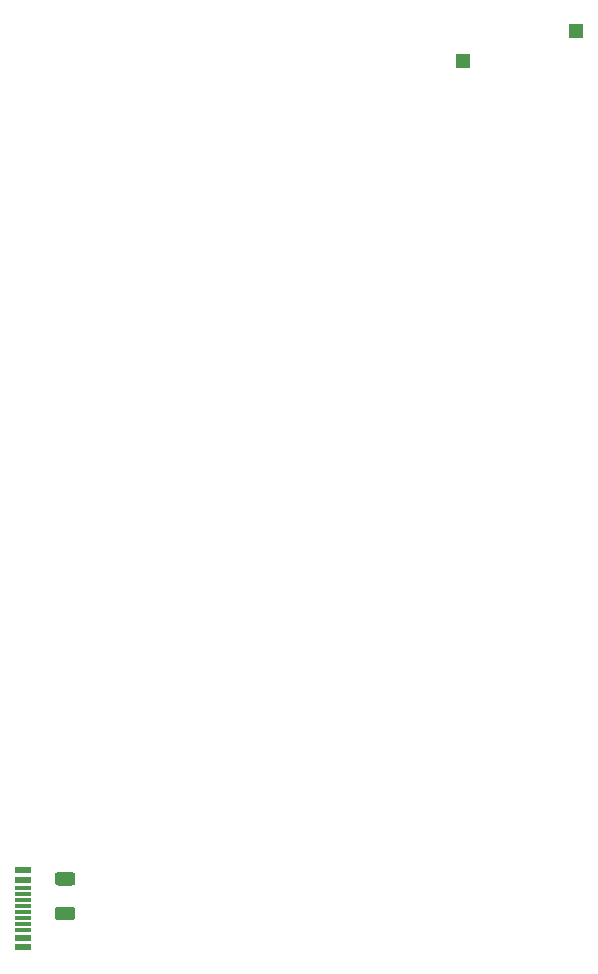
<source format=gbr>
%TF.GenerationSoftware,KiCad,Pcbnew,(5.1.10)-1*%
%TF.CreationDate,2021-12-13T12:24:24+01:00*%
%TF.ProjectId,Analog2HDMI_panel,416e616c-6f67-4324-9844-4d495f70616e,rev?*%
%TF.SameCoordinates,Original*%
%TF.FileFunction,Paste,Bot*%
%TF.FilePolarity,Positive*%
%FSLAX46Y46*%
G04 Gerber Fmt 4.6, Leading zero omitted, Abs format (unit mm)*
G04 Created by KiCad (PCBNEW (5.1.10)-1) date 2021-12-13 12:24:24*
%MOMM*%
%LPD*%
G01*
G04 APERTURE LIST*
%ADD10R,1.450000X0.300000*%
%ADD11R,1.450000X0.600000*%
%ADD12R,1.300000X1.300000*%
G04 APERTURE END LIST*
%TO.C,R1*%
G36*
G01*
X110004998Y-139462500D02*
X111255002Y-139462500D01*
G75*
G02*
X111505000Y-139712498I0J-249998D01*
G01*
X111505000Y-140337502D01*
G75*
G02*
X111255002Y-140587500I-249998J0D01*
G01*
X110004998Y-140587500D01*
G75*
G02*
X109755000Y-140337502I0J249998D01*
G01*
X109755000Y-139712498D01*
G75*
G02*
X110004998Y-139462500I249998J0D01*
G01*
G37*
G36*
G01*
X110004998Y-142387500D02*
X111255002Y-142387500D01*
G75*
G02*
X111505000Y-142637498I0J-249998D01*
G01*
X111505000Y-143262502D01*
G75*
G02*
X111255002Y-143512500I-249998J0D01*
G01*
X110004998Y-143512500D01*
G75*
G02*
X109755000Y-143262502I0J249998D01*
G01*
X109755000Y-142637498D01*
G75*
G02*
X110004998Y-142387500I249998J0D01*
G01*
G37*
%TD*%
D10*
%TO.C,J1*%
X107055000Y-142815000D03*
X107055000Y-140815000D03*
X107055000Y-141315000D03*
X107055000Y-141815000D03*
X107055000Y-142315000D03*
X107055000Y-143315000D03*
X107055000Y-143815000D03*
X107055000Y-144315000D03*
D11*
X107055000Y-139315000D03*
X107055000Y-140115000D03*
X107055000Y-145015000D03*
X107055000Y-145815000D03*
X107055000Y-145815000D03*
X107055000Y-145015000D03*
X107055000Y-140115000D03*
X107055000Y-139315000D03*
%TD*%
D12*
%TO.C,U1*%
X144350000Y-70750000D03*
X153925000Y-68205000D03*
%TD*%
M02*

</source>
